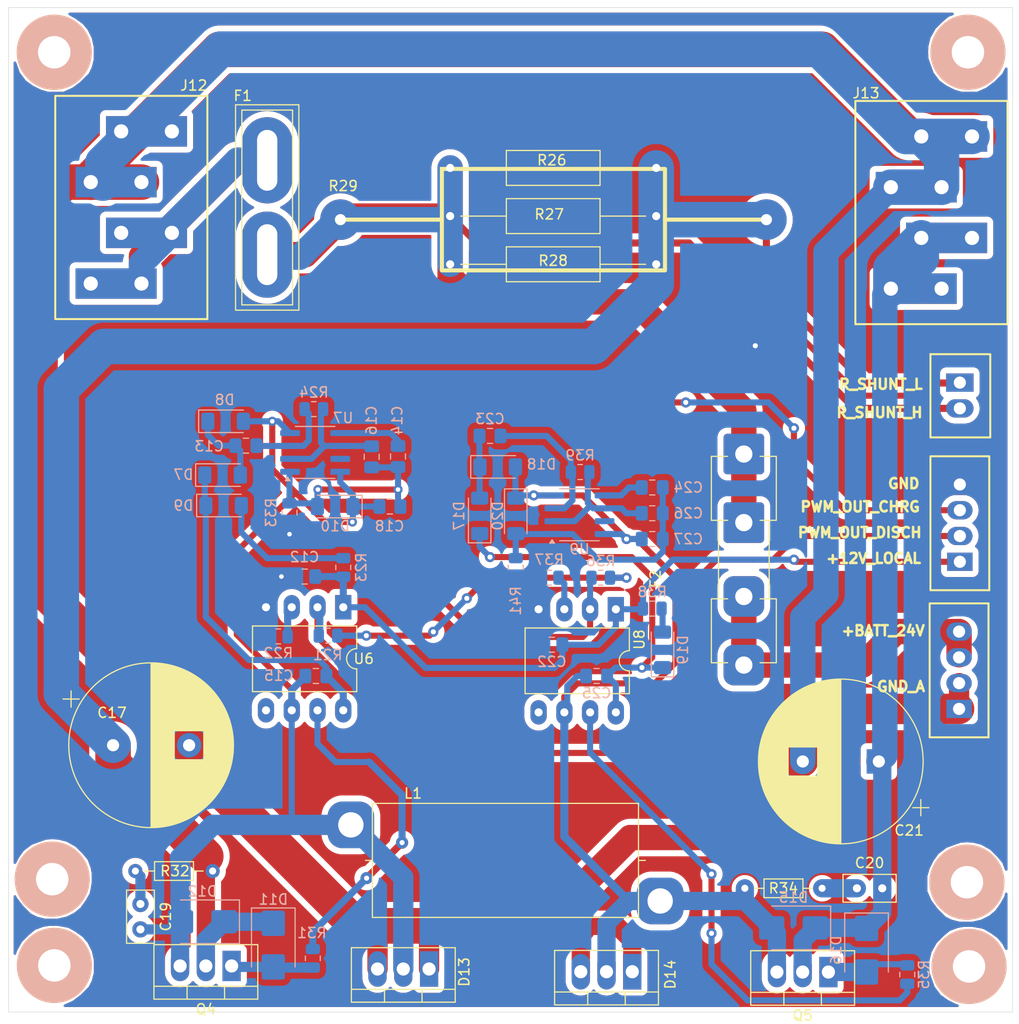
<source format=kicad_pcb>
(kicad_pcb (version 20240108) (generator "pcbnew") (generator_version "8.0")
  (layers (0 "F.Cu" signal) (31 "B.Cu" signal) (34 "B.Paste" user) (35 "F.Paste" user) (36 "B.SilkS" user "B.Silkscreen") (37 "F.SilkS" user "F.Silkscreen") (38 "B.Mask" user) (39 "F.Mask" user) (44 "Edge.Cuts" user))
  (net 0 "")
  (net 1 "GND")
  (net 2 "+5V")
  (net 3 "+12V_LOCAL")
  (net 4 "Net-(D7-A)")
  (net 5 "GNDA")
  (net 6 "Net-(U7-Q)")
  (net 7 "Net-(D10-A)")
  (net 8 "Net-(U7-CV)")
  (net 9 "Net-(D10-K)")
  (net 10 "Net-(D7-K)")
  (net 11 "Net-(U7-THR)")
  (net 12 "R_shunt_L")
  (net 13 "Net-(C19-Pad1)")
  (net 14 "Net-(D15-A1)")
  (net 15 "Net-(C20-Pad1)")
  (net 16 "Net-(D17-A)")
  (net 17 "Net-(U9-Q)")
  (net 18 "Net-(U9-CV)")
  (net 19 "Net-(D20-A)")
  (net 20 "Net-(D17-K)")
  (net 21 "Net-(D14-A)")
  (net 22 "Net-(U9-THR)")
  (net 23 "Net-(D9-A)")
  (net 24 "Net-(D11-A2)")
  (net 25 "Net-(D16-A2)")
  (net 26 "Net-(D19-A)")
  (net 27 "Net-(J12-Pin_3)")
  (net 28 "R_shunt_H")
  (net 29 "+BATT_24V")
  (net 30 "PWM_OUT_CHRG")
  (net 31 "PWM_OUT_DISCH")
  (net 32 "Net-(U6-L_IN)")
  (net 33 "Net-(U6-HO)")
  (net 34 "Net-(U8-HO)")
  (net 35 "Net-(U8-L_IN)")
  (footprint "My-Footprints:Resistor-Power-5W-L22-W10" (layer "F.Cu") (at 44.725 71.9)
    (property "Reference" "R29")
    (property "Value" "20A/75mV")
  )
  (footprint "My-Footprints:TO-220-3_V_Thick_Pads" (layer "F.Cu") (at 75.5 146.0225 180)
    (property "Reference" "D14")
    (property "Value" "YM3045")
  )
  (footprint "My-Footprints-connectors:Flat-6,3mm-connector-4P" (layer "F.Cu") (at 33.6 59.7 -90)
    (property "Reference" "J12")
    (property "Value" "BATT_IN")
  )
  (footprint "My-Footprints:Fuseholder_Clip-5x20mm_Eaton_1A5601-01_Inline_P20.80x6.76mm_D1.70mm_Horizontal" (layer "F.Cu") (at 86.5 115.8 90)
    (property "Reference" "F2")
    (property "Value" "2A")
  )
  (footprint "My-Footprints:Mount-Hole-3mm" (layer "F.Cu") (at 108.5 137.2)
    (property "Reference" "H6")
    (property "Value" "MountingHole")
  )
  (footprint "My-Footprints:TO-220-3_V_Thick_Pads" (layer "F.Cu") (at 94.84 146.055 180)
    (property "Reference" "Q5")
    (property "Value" "IRF540N")
  )
  (footprint "My-Footprints-connectors:Flat-6,3mm-connector-4P" (layer "F.Cu") (at 97.5 82.2 90)
    (property "Reference" "J13")
    (property "Value" "BATT_OUT")
  )
  (footprint "Resistor_THT:R_Axial_DIN0309_L9.0mm_D3.2mm_P20.32mm_Horizontal" (layer "F.Cu") (at 57.54 71.55)
    (property "Reference" "R27")
    (property "Value" "20A/75mV")
  )
  (footprint "My-Footprints-connectors:PinSocket_1x04_P2.54mm_Vertical" (layer "F.Cu") (at 107.725 120.12 180)
    (property "Reference" "J14" (hide yes))
    (property "Value" "batt-24V-balancer" (hide yes))
  )
  (footprint "My-Footprints-connectors:PinHeader_1x02_P2.54mm_Vertical" (layer "F.Cu") (at 107.8 87.96)
    (property "Reference" "J11" (hide yes))
    (property "Value" "R-Shunt")
  )
  (footprint "Capacitor_THT:CP_Radial_D16.0mm_P7.50mm" (layer "F.Cu") (at 99.812755 125.3 180)
    (property "Reference" "C21")
    (property "Value" "100u/35V")
  )
  (footprint "Package_DIP:DIP-8_W10.16mm_LongPads" (layer "F.Cu") (at 47 110.1 -90)
    (property "Reference" "U6")
    (property "Value" "FAN7382")
  )
  (footprint "Resistor_THT:R_Axial_DIN0204_L3.6mm_D1.6mm_P7.62mm_Horizontal" (layer "F.Cu") (at 34.12 136.1 180)
    (property "Reference" "R32")
    (property "Value" "10R")
  )
  (footprint "My-Footprints-connectors:PinSocket_1x04_P2.54mm_Vertical" (layer "F.Cu") (at 107.8 105.62 180)
    (property "Reference" "J15" (hide yes))
    (property "Value" "pwm-12v-local" (hide yes))
  )
  (footprint "My-Footprints:Fuse_Blade_ATO_directSolder" (layer "F.Cu") (at 39.5 66.05 -90)
    (property "Reference" "F1")
    (property "Value" "6,3A")
  )
  (footprint "My-Footprints:TO-220-3_V_Thick_Pads" (layer "F.Cu") (at 55.46 145.755 180)
    (property "Reference" "D13")
    (property "Value" "YM3045")
  )
  (footprint "My-Footprints:Mount-Hole-3mm" (layer "F.Cu") (at 108.71 145.5 90)
    (property "Reference" "H4")
    (property "Value" "MountingHole")
  )
  (footprint "My-Footprints:Mount-Hole-3mm" (layer "F.Cu") (at 108.6 55.4 90)
    (property "Reference" "H2")
    (property "Value" "MountingHole")
  )
  (footprint "Capacitor_THT:CP_Radial_D16.0mm_P7.50mm" (layer "F.Cu") (at 24.3 123.7)
    (property "Reference" "C17")
    (property "Value" "100u/35V")
  )
  (footprint "My-Footprints:Mount-Hole-3mm" (layer "F.Cu") (at 18.3 136.9)
    (property "Reference" "H5")
    (property "Value" "MountingHole")
  )
  (footprint "Resistor_THT:R_Axial_DIN0204_L3.6mm_D1.6mm_P7.62mm_Horizontal" (layer "F.Cu") (at 86.6 137.8)
    (property "Reference" "R34")
    (property "Value" "10R")
  )
  (footprint "My-Footprints:TO-220-3_V_Thick_Pads" (layer "F.Cu") (at 35.99 145.455 180)
    (property "Reference" "Q4")
    (property "Value" "IRF540N")
  )
  (footprint "My-Footprints:Inductor_Toroidal" (layer "F.Cu") (at 47.75 135.05)
    (property "Reference" "L1")
    (property "Value" "L")
  )
  (footprint "Resistor_THT:R_Axial_DIN0309_L9.0mm_D3.2mm_P20.32mm_Horizontal" (layer "F.Cu") (at 57.54 76.3)
    (property "Reference" "R28")
    (property "Value" "20A/75mV")
  )
  (footprint "My-Footprints:Mount-Hole-3mm" (layer "F.Cu") (at 18.5 55.4 90)
    (property "Reference" "H1")
    (property "Value" "MountingHole")
  )
  (footprint "Package_DIP:DIP-8_W10.16mm_LongPads" (layer "F.Cu") (at 73.8805 110.3 -90)
    (property "Reference" "U8")
    (property "Value" "FAN7382")
  )
  (footprint "Capacitor_THT:C_Disc_D5.0mm_W2.5mm_P2.50mm" (layer "F.Cu") (at 27 139.35 -90)
    (property "Reference" "C19")
    (property "Value" "1u")
  )
  (footprint "My-Footprints:Mount-Hole-3mm" (layer "F.Cu") (at 18.51 145.4 90)
    (property "Reference" "H3" (hide yes))
    (property "Value" "MountingHole")
  )
  (footprint "Capacitor_THT:C_Disc_D5.0mm_W2.5mm_P2.50mm" (layer "F.Cu") (at 97.65 137.8)
    (property "Reference" "C20")
    (property "Value" "1u")
  )
  (footprint "Resistor_THT:R_Axial_DIN0309_L9.0mm_D3.2mm_P20.32mm_Horizontal" (layer "F.Cu") (at 57.54 66.8)
    (property "Reference" "R26")
    (property "Value" "20A/75mV")
  )
  (footprint "Resistor_SMD:R_0805_2012Metric" (layer "B.Cu") (at 67.31 107.188)
    (property "Reference" "R37")
    (property "Value" "10k")
  )
  (footprint "Capacitor_SMD:C_0805_2012Metric_Pad1.18x1.45mm_HandSolder" (layer "B.Cu") (at 77.47 100.838 180)
    (property "Reference" "C26")
    (property "Value" "1n")
  )
  (footprint "Resistor_SMD:R_0805_2012Metric" (layer "B.Cu") (at 45.5 112.9 180)
    (property "Reference" "R21")
    (property "Value" "10k")
  )
  (footprint "Diode_SMD:D_MiniMELF" (layer "B.Cu") (at 35.1 97.075)
    (property "Reference" "D7")
    (property "Value" "LL4148")
  )
  (footprint "Capacitor_SMD:C_0805_2012Metric_Pad1.18x1.45mm_HandSolder" (layer "B.Cu") (at 37.4 94.175 180)
    (property "Reference" "C13")
    (property "Value" "10n")
  )
  (footprint "Capacitor_SMD:C_0805_2012Metric_Pad1.18x1.45mm_HandSolder" (layer "B.Cu") (at 49.8 95.275 90)
    (property "Reference" "C16")
    (property "Value" "1n")
  )
  (footprint "Resistor_SMD:R_0805_2012Metric" (layer "B.Cu") (at 47 106.175 -90)
    (property "Reference" "R23")
    (property "Value" "10R")
  )
  (footprint "Diode_SMD:D_SMB" (layer "B.Cu") (at 98.6 143.9 -90)
    (property "Reference" "D16")
    (property "Value" "SM6T15A")
  )
  (footprint "Diode_SMD:D_MiniMELF" (layer "B.Cu") (at 78.486 114.3 90)
    (property "Reference" "D19")
    (property "Value" "LL4148")
  )
  (footprint "Diode_SMD:D_MiniMELF" (layer "B.Cu") (at 35.4 91.775)
    (property "Reference" "D8")
    (property "Value" "LL4148")
  )
  (footprint "Package_SO:SOIC-8_3.9x4.9mm_P1.27mm" (layer "B.Cu") (at 70.293 100.985)
    (property "Reference" "U9")
    (property "Value" "NE555D")
  )
  (footprint "Diode_SMD:D_MiniMELF" (layer "B.Cu") (at 46.2 100.175 180)
    (property "Reference" "D10")
    (property "Value" "BZV55B15")
  )
  (footprint "Package_SO:SOIC-8_3.9x4.9mm_P1.27mm" (layer "B.Cu") (at 44.225 94.84)
    (property "Reference" "U7")
    (property "Value" "NE555D")
  )
  (footprint "Resistor_SMD:R_0805_2012Metric" (layer "B.Cu") (at 72.39 107.188 180)
    (property "Reference" "R36")
    (property "Value" "10k")
  )
  (footprint "Diode_SMD:D_SMB" (layer "B.Cu") (at 40.1 143.4 -90)
    (property "Reference" "D11")
    (property "Value" "SM6T15A")
  )
  (footprint "Resistor_SMD:R_0805_2012Metric" (layer "B.Cu") (at 64.008 106.172 90)
    (property "Reference" "R41")
    (property "Value" "1k")
  )
  (footprint "Diode_SMD:D_SMB" (layer "B.Cu") (at 33.1 141.1 180)
    (property "Reference" "D12")
    (property "Value" "SM6T15A")
  )
  (footprint "Capacitor_SMD:C_0805_2012Metric_Pad1.18x1.45mm_HandSolder" (layer "B.Cu") (at 71.9805 116.875)
    (property "Reference" "C25")
    (property "Value" "100n")
  )
  (footprint "Capacitor_SMD:C_0805_2012Metric_Pad1.18x1.45mm_HandSolder" (layer "B.Cu") (at 67.564 113.792)
    (property "Reference" "C22")
    (property "Value" "100n")
  )
  (footprint "Resistor_SMD:R_0805_2012Metric" (layer "B.Cu") (at 77.47 110.236 180)
    (property "Reference" "R38")
    (property "Value" "10R")
  )
  (footprint "Diode_SMD:D_MiniMELF" (layer "B.Cu") (at 60.452 101.092 90)
    (property "Reference" "D17")
    (property "Value" "LL4148")
  )
  (footprint "Diode_SMD:D_SMB" (layer "B.Cu") (at 91.4 141.7 180)
    (property "Reference" "D15")
    (property "Value" "SM6T15A")
  )
  (footprint "Capacitor_SMD:C_0805_2012Metric_Pad1.18x1.45mm_HandSolder" (layer "B.Cu") (at 52.4 95.2375 90)
    (property "Reference" "C14")
    (property "Value" "10n")
  )
  (footprint "Diode_SMD:D_MiniMELF" (layer "B.Cu") (at 62.23 96.266)
    (property "Reference" "D18")
    (property "Value" "LL4148")
  )
  (footprint "Diode_SMD:D_MiniMELF" (layer "B.Cu") (at 35.2 100.075)
    (property "Reference" "D9")
    (property "Value" "LL4148")
  )
  (footprint "Resistor_SMD:R_0805_2012Metric" (layer "B.Cu") (at 102.616 146.304 90)
    (property "Reference" "R35")
    (property "Value" "10R")
  )
  (footprint "Resistor_SMD:R_0805_2012Metric" (layer "B.Cu") (at 70.358 96.774 180)
    (property "Reference" "R39")
    (property "Value" "100k")
  )
  (footprint "Capacitor_SMD:C_0805_2012Metric_Pad1.18x1.45mm_HandSolder" (layer "B.Cu") (at 51.6 100.175 180)
    (property "Reference" "C18")
    (property "Value" "100n")
  )
  (footprint "Resistor_SMD:R_0805_2012Metric" (layer "B.Cu") (at 40.6 112.975)
    (property "Reference" "R22")
    (property "Value" "10k")
  )
  (footprint "Capacitor_SMD:C_0805_2012Metric_Pad1.18x1.45mm_HandSolder" (layer "B.Cu") (at 77.47 98.298 180)
    (property "Reference" "C24")
    (property "Value" "10n")
  )
  (footprint "Capacitor_SMD:C_0805_2012Metric_Pad1.18x1.45mm_HandSolder" (layer "B.Cu") (at 77.47 103.378 180)
    (property "Reference" "C27")
    (property "Value" "100n")
  )
  (footprint "Diode_SMD:D_MiniMELF" (layer "B.Cu") (at 64.008 101.092 -90)
    (property "Reference" "D20")
    (property "Value" "BZV55B15")
  )
  (footprint "Capacitor_SMD:C_0805_2012Metric_Pad1.18x1.45mm_HandSolder" (layer "B.Cu") (at 61.468 93.218 180)
    (property "Reference" "C23")
    (property "Value" "10n")
  )
  (footprint "Resistor_SMD:R_0805_2012Metric" (layer "B.Cu") (at 44.1 90.575 180)
    (property "Reference" "R24")
    (property "Value" "100k")
  )
  (footprint "Resistor_SMD:R_0805_2012Metric" (layer "B.Cu") (at 44 144.7 -90)
    (property "Reference" "R31")
    (property "Value" "10R")
  )
  (footprint "Capacitor_SMD:C_0805_2012Metric_Pad1.18x1.45mm_HandSolder" (layer "B.Cu") (at 43.2 107.075)
    (property "Reference" "C12")
    (property "Value" "100n")
  )
  (footprint "Resistor_SMD:R_0805_2012Metric" (layer "B.Cu") (at 41.7 100.775 90)
    (property "Reference" "R33")
    (property "Value" "1k")
  )
  (footprint "Capacitor_SMD:C_0805_2012Metric_Pad1.18x1.45mm_HandSolder" (layer "B.Cu") (at 44.3 116.875)
    (property "Reference" "C15")
    (property "Value" "100n")
  )
  (gr_rect (start 14 51) (end 113 150) (stroke (width 0.05)) (fill none) (layer "Edge.Cuts"))
  (gr_text "PWM_OUT_DISCH" (at 91.694 103.326 0) (layer "F.SilkS") (effects (font (size 1 1) (thickness 0.25) (bold yes)) (justify left bottom)))
  (gr_text "PWM_OUT_CHRG" (at 91.948 100.786 0) (layer "F.SilkS") (effects (font (size 1 1) (thickness 0.25) (bold yes)) (justify left bottom)))
  (gr_text "R_SHUNT_L" (at 95.754 88.706 0) (layer "F.SilkS") (effects (font (size 1 1) (thickness 0.25) (bold yes)) (justify left bottom)))
  (gr_text "+BATT_24V" (at 96 113 0) (layer "F.SilkS") (effects (font (size 1 1) (thickness 0.25) (bold yes)) (justify left bottom)))
  (gr_text "R_SHUNT_H" (at 95.5 91.5 0) (layer "F.SilkS") (effects (font (size 1 1) (thickness 0.25) (bold yes)) (justify left bottom)))
  (gr_text "GND_A" (at 99.5 118.5 0) (layer "F.SilkS") (effects (font (size 1 1) (thickness 0.25) (bold yes)) (justify left bottom)))
  (gr_text "+12V_LOCAL" (at 94.488 105.866 0) (layer "F.SilkS") (effects (font (size 1 1) (thickness 0.25) (bold yes)) (justify left bottom)))
  (gr_text "GND" (at 100.584 98.5 0) (layer "F.SilkS") (effects (font (size 1 1) (thickness 0.25) (bold yes)) (justify left bottom)))
  (segment (start 41.7 106.275) (end 40.9 107.075) (width 0.6) (layer "F.Cu") (net 1))
  (segment (start 101.682 98.38) (end 87.63 84.328) (width 0.6) (layer "F.Cu") (net 1))
  (segment (start 107.8 98.38) (end 101.682 98.38) (width 0.6) (layer "F.Cu") (net 1))
  (segment (start 41.7 102.9) (end 41.7 106.275) (width 0.6) (layer "F.Cu") (net 1))
  (via (at 87.63 84.328) (size 1) (drill 0.5) (layers "F.Cu" "B.Cu") (net 1))
  (via (at 40.9 107.075) (size 0.9) (drill 0.45) (layers "F.Cu" "B.Cu") (net 1))
  (via (at 41.7 102.9) (size 0.9) (drill 0.45) (layers "F.Cu" "B.Cu") (net 1))
  (segment (start 87.63 84.328) (end 80.518 84.328) (width 0.6) (layer "B.Cu") (net 1))
  (segment (start 53.878 102.9) (end 55.245 104.267) (width 0.6) (layer "B.Cu") (net 1))
  (segment (start 40.9 107.075) (end 39.35 108.625) (width 0.7) (layer "B.Cu") (net 1))
  (segment (start 66.3975 107.188) (end 64.1115 107.188) (width 0.6) (layer "B.Cu") (net 1))
  (segment (start 55.245 104.267) (end 58.0625 107.0845) (width 0.6) (layer "B.Cu") (net 1))
  (segment (start 41.7 101.6875) (end 41.7 102.9) (width 0.6) (layer "B.Cu") (net 1))
  (segment (start 66.2605 110.3) (end 66.5265 110.566) (width 0.6) (layer "B.Cu") (net 1))
  (segment (start 39.35 108.625) (end 39.38 108.655) (width 0.7) (layer "B.Cu") (net 1))
  (segment (start 58.0625 107.0845) (end 64.008 107.0845) (width 0.6) (layer "B.Cu") (net 1))
  (segment (start 39.6875 110.4075) (end 39.38 110.1) (width 0.8) (layer "B.Cu") (net 1))
  (segment (start 66.2605 110.3) (end 66.2605 107.325) (width 0.6) (layer "B.Cu") (net 1))
  (segment (start 66.5265 110.566) (end 66.5265 113.792) (width 0.6) (layer "B.Cu") (net 1))
  (segment (start 39.38 108.655) (end 39.38 110.1) (width 0.7) (layer "B.Cu") (net 1))
  (segment (start 41.7 102.9) (end 53.878 102.9) (width 0.6) (layer "B.Cu") (net 1))
  (segment (start 39.6875 112.975) (end 39.6875 110.4075) (width 0.8) (layer "B.Cu") (net 1))
  (segment (start 56.134 103.378) (end 55.245 104.267) (width 0.6) (layer "B.Cu") (net 1))
  (segment (start 42.1625 107.075) (end 40.9 107.075) (width 0.7) (layer "B.Cu") (net 1))
  (segment (start 56.134 92.202) (end 56.134 103.378) (width 0.6) (layer "B.Cu") (net 1))
  (segment (start 64.1115 107.188) (end 64.008 107.0845) (width 0.6) (layer "B.Cu") (net 1))
  (segment (start 66.2605 107.325) (end 66.3975 107.188) (width 0.6) (layer "B.Cu") (net 1))
  (segment (start 58.674 89.662) (end 56.134 92.202) (width 0.6) (layer "B.Cu") (net 1))
  (segment (start 75.184 89.662) (end 58.674 89.662) (width 0.6) (layer "B.Cu") (net 1))
  (segment (start 80.518 84.328) (end 75.184 89.662) (width 0.6) (layer "B.Cu") (net 1))
  (segment (start 61.214 107.188) (end 59.182 109.22) (width 0.6) (layer "F.Cu") (net 2))
  (segment (start 74.93 107.188) (end 63.246 107.188) (width 0.6) (layer "F.Cu") (net 2))
  (segment (start 55.502 112.9) (end 55.88 112.522) (width 0.6) (layer "F.Cu") (net 2))
  (segment (start 63.246 107.188) (end 61.214 107.188) (width 0.6) (layer "F.Cu") (net 2))
  (segment (start 49.276 112.9) (end 55.502 112.9) (width 0.6) (layer "F.Cu") (net 2))
  (via (at 59.182 109.22) (size 1) (drill 0.5) (layers "F.Cu" "B.Cu") (net 2))
  (via (at 74.93 107.188) (size 1) (drill 0.5) (layers "F.Cu" "B.Cu") (net 2))
  (via (at 55.88 112.522) (size 1) (drill 0.5) (layers "F.Cu" "B.Cu") (net 2))
  (via (at 49.276 112.9) (size 1) (drill 0.5) (layers "F.Cu" "B.Cu") (net 2))
  (segment (start 49.276 112.9) (end 46.4125 112.9) (width 0.6) (layer "B.Cu") (net 2))
  (segment (start 73.3025 107.188) (end 74.93 107.188) (width 0.6) (layer "B.Cu") (net 2))
  (segment (start 59.182 109.22) (end 55.88 112.522) (width 0.6) (layer "B.Cu") (net 2))
  (segment (start 91.44 105.41) (end 91.65 105.62) (width 0.6) (layer "F.Cu") (net 3))
  (segment (start 107.42 105.62) (end 107.8 106) (width 0.6) (layer "F.Cu") (net 3))
  (segment (start 91.65 105.62) (end 107.42 105.62) (width 0.6) (layer "F.Cu") (net 3))
  (via (at 91.44 105.41) (size 1) (drill 0.5) (layers "F.Cu" "B.Cu") (net 3))
  (segment (start 72.136 113.792) (end 73.8805 112.0475) (width 0.6) (layer "B.Cu") (net 3))
  (segment (start 55.118 116.078) (end 67.818 116.078) (width 0.6) (layer "B.Cu") (net 3))
  (segment (start 67.818 116.078) (end 68.6015 115.2945) (width 0.6) (layer "B.Cu") (net 3))
  (segment (start 73.8805 110.3) (end 76.4935 110.3) (width 0.6) (layer "B.Cu") (net 3))
  (segment (start 47 107.0875) (end 47 110.1) (width 0.7) (layer "B.Cu") (net 3))
  (segment (start 76.5575 110.236) (end 76.5575 108.3545) (width 0.6) (layer "B.Cu") (net 3))
  (segment (start 46.9875 107.075) (end 47 107.0875) (width 0.7) (layer "B.Cu") (net 3))
  (segment (start 79.502 105.41) (end 87.376 105.41) (width 0.6) (layer "B.Cu") (net 3))
  (segment (start 47 110.1) (end 49.14 110.1) (width 0.6) (layer "B.Cu") (net 3))
  (segment (start 44.2375 107.075) (end 46.9875 107.075) (width 0.7) (layer "B.Cu") (net 3))
  (segment (start 87.376 105.41) (end 91.44 105.41) (width 0.6) (layer "B.Cu") (net 3))
  (segment (start 68.6015 113.792) (end 72.136 113.792) (width 0.6) (layer "B.Cu") (net 3))
  (segment (start 68.6015 115.2945) (end 68.6015 113.792) (width 0.6) (layer "B.Cu") (net 3))
  (segment (start 76.4935 110.3) (end 76.5575 110.236) (width 0.6) (layer "B.Cu") (net 3))
  (segment (start 49.14 110.1) (end 55.118 116.078) (width 0.6) (layer "B.Cu") (net 3))
  (segment (start 73.8805 112.0475) (end 73.8805 110.3) (width 0.6) (layer "B.Cu") (net 3))
  (segment (start 76.5575 108.3545) (end 77.724 107.188) (width 0.6) (layer "B.Cu") (net 3))
  (segment (start 77.724 107.188) (end 79.502 105.41) (width 0.6) (layer "B.Cu") (net 3))
  (segment (start 36.85 97.075) (end 36.85 94.6625) (width 0.6) (layer "B.Cu") (net 4))
  (segment (start 33.65 93.125) (end 34.7 94.175) (width 0.6) (layer "B.Cu") (net 4))
  (segment (start 36.85 94.6625) (end 36.3625 94.175) (width 0.6) (layer "B.Cu") (net 4))
  (segment (start 34.7 94.175) (end 36.3625 94.175) (width 0.6) (layer "B.Cu") (net 4))
  (segment (start 33.65 91.775) (end 33.65 93.125) (width 0.6) (layer "B.Cu") (net 4))
  (segment (start 92.312755 125.365245) (end 84.878 132.8) (width 2.5) (layer "F.Cu") (net 5))
  (segment (start 55.46 145.755) (end 55.46 142.66) (width 2) (layer "F.Cu") (net 5))
  (segment (start 107.725 117.58) (end 107.725 120.12) (width 2) (layer "F.Cu") (net 5))
  (segment (start 50.5 141.5) (end 50.38 141.62) (width 2) (layer "F.Cu") (net 5))
  (segment (start 17.1 108.1) (end 31.8 122.8) (width 3.5) (layer "F.Cu") (net 5))
  (segment (start 92.312755 125.3) (end 92.312755 125.365245) (width 2.5) (layer "F.Cu") (net 5))
  (segment (start 94.234 55.118) (end 34.798 55.118) (width 3.5) (layer "F.Cu") (net 5))
  (segment (start 19.5 68.2) (end 27.1 68.2) (width 3.5) (layer "F.Cu") (net 5))
  (segment (start 102.816 63.7) (end 94.234 55.118) (width 3.5) (layer "F.Cu") (net 5))
  (segment (start 19.5 68.2) (end 22.1 68.2) (width 2) (layer "F.Cu") (net 5))
  (segment (start 31.8 123.7) (end 31.8 125) (width 3.5) (layer "F.Cu") (net 5))
  (segment (start 92.312755 125.3) (end 92.312755 122.187245) (width 3) (layer "F.Cu") (net 5))
  (segment (start 74 141.5) (end 70.2 141.5) (width 1.8) (layer "F.Cu") (net 5))
  (segment (start 70.42 141.72) (end 70.2 141.5) (width 1.8) (layer "F.Cu") (net 5))
  (segment (start 48.3 141.5) (end 54.3 141.5) (width 3.5) (layer "F.Cu") (net 5))
  (segment (start 17.1 70.6) (end 17.1 108.1) (width 3.5) (layer "F.Cu") (net 5))
  (segment (start 55.46 142.66) (end 54.3 141.5) (width 2) (layer "F.Cu") (net 5))
  (segment (start 75.3 132.8) (end 70.2 137.9) (width 2.5) (layer "F.Cu") (net 5))
  (segment (start 104 63.7) (end 102.816 63.7) (width 3.5) (layer "F.Cu") (net 5))
  (segment (start 75.5 146.0225) (end 75.5 143) (width 1.8) (layer "F.Cu") (net 5))
  (segment (start 84.878 132.8) (end 75.3 132.8) (width 2.5) (layer "F.Cu") (net 5))
  (segment (start 31.8 125) (end 48.3 141.5) (width 3.5) (layer "F.Cu") (net 5))
  (segment (start 50.38 141.62) (end 50.38 145.755) (width 2) (layer "F.Cu") (net 5))
  (segment (start 94.38 120.12) (end 107.725 120.12) (width 3) (layer "F.Cu") (net 5))
  (segment (start 70.42 146.0225) (end 70.42 141.72) (width 1.8) (layer "F.Cu") (net 5))
  (segment (start 48.3 141.5) (end 70.2 141.5) (width 3.5) (layer "F.Cu") (net 5))
  (segment (start 70.2 137.9) (end 70.2 141.5) (width 2.5) (layer "F.Cu") (net 5))
  (segment (start 48.3 141.5) (end 50.5 141.5) (width 2) (layer "F.Cu") (net 5))
  (segment (start 34.798 55.118) (end 22.1 67.816) (width 3.5) (layer "F.Cu") (net 5))
  (segment (start 19.5 68.2) (end 17.1 70.6) (width 3.5) (layer "F.Cu") (net 5))
  (segment (start 92.312755 125.3) (end 92.1 125.087245) (width 1.8) (layer "F.Cu") (net 5))
  (segment (start 22.1 67.816) (end 22.1 68.2) (width 3.5) (layer "F.Cu") (net 5))
  (segment (start 75.5 143) (end 74 141.5) (width 1.8) (layer "F.Cu") (net 5))
  (segment (start 92.312755 122.187245) (end 94.38 120.12) (width 3) (layer "F.Cu") (net 5))
  (segment (start 31.8 122.8) (end 31.8 123.7) (width 3.5) (layer "F.Cu") (net 5))
  (segment (start 92.312755 111.087245) (end 94.6 108.8) (width 2.5) (layer "B.Cu") (net 5))
  (segment (start 109 63.7) (end 102.5 63.7) (width 3.5) (layer "B.Cu") (net 5))
  (segment (start 106 65.7) (end 104 63.7) (width 3.5) (layer "B.Cu") (net 5))
  (segment (start 23.3 66.3) (end 26.3 63.3) (width 3.5) (layer "B.Cu") (net 5))
  (segment (start 102.5 63.7) (end 93.9 55.1) (width 3.5) (layer "B.Cu") (net 5))
  (segment (start 94.6 75.1) (end 101 68.7) (width 2.5) (layer "B.Cu") (net 5))
  (segment (start 34.9 55.1) (end 26.7 63.3) (width 3.5) (layer "B.Cu") (net 5))
  (segment (start 93.9 55.1) (end 34.9 55.1) (width 3.5) (layer "B.Cu") (net 5))
  (segment (start 23.3 68.3) (end 23.3 66.3) (width 3.5) (layer "B.Cu") (net 5))
  (segment (start 92.312755 125.3) (end 92.312755 111.087245) (width 2.5) (layer "B.Cu") (net 5))
  (segment (start 94.6 108.8) (end 94.6 75.1) (width 2.5) (layer "B.Cu") (net 5))
  (segment (start 106 68.7) (end 106 65.7) (width 3.5) (layer "B.Cu") (net 5))
  (segment (start 106 68.7) (end 101 68.7) (width 3.5) (layer "B.Cu") (net 5))
  (segment (start 43.07 94.205) (end 43.6 93.675) (width 0.6) (layer "B.Cu") (net 6))
  (segment (start 41.75 94.205) (end 38.4675 94.205) (width 0.6) (layer "B.Cu") (net 6))
  (segment (start 41.75 94.205) (end 43.07 94.205) (width 0.6) (layer "B.Cu") (net 6))
  (segment (start 43.6 90.9875) (end 43.1875 90.575) (width 0.6) (layer "B.Cu") (net 6))
  (segment (start 38.4675 94.205) (end 38.4375 94.175) (width 0.6) (layer "B.Cu") (net 6))
  (segment (start 43.6 93.675) (end 43.6 90.9875) (width 0.6) (layer "B.Cu") (net 6))
  (segment (start 44.5 98.5) (end 52.4 98.5) (width 0.6) (layer "F.Cu") (net 7))
  (via (at 52.4 98.5) (size 0.9) (drill 0.45) (layers "F.Cu" "B.Cu") (net 7))
  (via (at 44.5 98.5) (size 0.9) (drill 0.45) (layers "F.Cu" "B.Cu") (net 7))
  (segment (start 49.8 96.3125) (end 52.3625 96.3125) (width 0.6) (layer "B.Cu") (net 7))
  (segment (start 52.4 99.9375) (end 52.6375 100.175) (width 0.6) (layer "B.Cu") (net 7))
  (segment (start 52.3625 96.3125) (end 52.4 96.275) (width 0.6) (layer "B.Cu") (net 7))
  (segment (start 52.4 96.275) (end 52.4 98.5) (width 0.6) (layer "B.Cu") (net 7))
  (segment (start 41.7 99.8625) (end 44.1375 99.8625) (width 0.6) (layer "B.Cu") (net 7))
  (segment (start 44.45 98.55) (end 44.5 98.5) (width 0.6) (layer "B.Cu") (net 7))
  (segment (start 44.1375 99.8625) (end 44.45 100.175) (width 0.6) (layer "B.Cu") (net 7))
  (segment (start 44.45 100.175) (end 44.45 98.55) (width 0.6) (layer "B.Cu") (net 7))
  (segment (start 41.7 96.795) (end 41.75 96.745) (width 0.6) (layer "B.Cu") (net 7))
  (segment (start 52.4 98.5) (end 52.4 99.9375) (width 0.6) (layer "B.Cu") (net 7))
  (segment (start 41.7 99.8625) (end 41.7 96.795) (width 0.6) (layer "B.Cu") (net 7))
  (segment (start 52.4 93.675) (end 52.4 94.2) (width 0.6) (layer "B.Cu") (net 8))
  (segment (start 46.7 92.935) (end 51.66 92.935) (width 0.6) (layer "B.Cu") (net 8))
  (segment (start 51.66 92.935) (end 52.4 93.675) (width 0.6) (layer "B.Cu") (net 8))
  (segment (start 42.3 98.8) (end 40 96.5) (width 0.6) (layer "F.Cu") (net 9))
  (segment (start 36.5 112.8) (end 36.5 104.6) (width 0.6) (layer "F.Cu") (net 9))
  (segment (start 47.9 101.7) (end 45.2 101.7) (width 0.6) (layer "F.Cu") (net 9))
  (segment (start 45.2 101.7) (end 42.3 98.8) (width 0.6) (layer "F.Cu") (net 9))
  (segment (start 41.92 120.26) (end 41.92 118.22) (width 0.6) (layer "F.Cu") (net 9))
  (segment (start 41.92 118.22) (end 36.5 112.8) (width 0.6) (layer "F.Cu") (net 9))
  (segment (start 36.5 104.6) (end 42.3 98.8) (width 0.6) (layer "F.Cu") (net 9))
  (segment (start 40 96.5) (end 40 91.775) (width 0.6) (layer "F.Cu") (net 9))
  (via (at 47.9 101.7) (size 0.9) (drill 0.45) (layers "F.Cu" "B.Cu") (net 9))
  (via (at 40 91.775) (size 0.9) (drill 0.45) (layers "F.Cu" "B.Cu") (net 9))
  (segment (start 47.02 130.82) (end 47.75 131.55) (width 0.6) (layer "B.Cu") (net 9))
  (segment (start 43.2625 116.9125) (end 41.9 118.275) (width 0.7) (layer "B.Cu") (net 9))
  (segment (start 41.92 120.26) (end 41.92 130.83) (width 0.6) (layer "B.Cu") (net 9))
  (segment (start 40 91.775) (end 40.59 91.775) (width 0.6) (layer "B.Cu") (net 9))
  (segment (start 34.15 131.55) (end 30.9 134.8) (width 2) (layer "B.Cu") (net 9))
  (segment (start 47.95 101.65) (end 47.9 101.7) (width 0.6) (layer "B.Cu") (net 9))
  (segment (start 30.95 134.85) (end 30.95 141.1) (width 2) (layer "B.Cu") (net 9))
  (segment (start 43.2625 116.875) (end 43.2625 116.9125) (width 0.7) (layer "B.Cu") (net 9))
  (segment (start 41.92 130.83) (end 41.2 131.55) (width 0.6) (layer "B.Cu") (net 9))
  (segment (start 30.91 141.14) (end 30.95 141.1) (width 1.8) (layer "B.Cu") (net 9))
  (segment (start 50.5625 100.175) (end 47.95 100.175) (width 0.6) (layer "B.Cu") (net 9))
  (segment (start 30.9 134.8) (end 30.95 134.85) (width 2) (layer "B.Cu") (net 9))
  (segment (start 46.7 97.775) (end 46.7 96.745) (width 0.6) (layer "B.Cu") (net 9))
  (segment (start 52.92 145.755) (end 52.92 136.72) (width 2) (layer "B.Cu") (net 9))
  (segment (start 40.59 91.775) (end 41.75 92.935) (width 0.6) (layer "B.Cu") (net 9))
  (segment (start 30.91 145.455) (end 30.91 141.14) (width 1.8) (layer "B.Cu") (net 9))
  (segment (start 47.75 131.55) (end 41.2 131.55) (width 2) (layer "B.Cu") (net 9))
  (segment (start 41.92 118.295) (end 41.92 120.26) (width 0.7) (layer "B.Cu") (net 9))
  (segment (start 37.15 91.775) (end 40 91.775) (width 0.6) (layer "B.Cu") (net 9))
  (segment (start 41.9 118.275) (end 41.92 118.295) (width 0.7) (layer "B.Cu") (net 9))
  (segment (start 30.2 141.85) (end 30.95 141.1) (width 1) (layer "B.Cu") (net 9))
  (segment (start 47.95 100.175) (end 47.95 101.65) (width 0.6) (layer "B.Cu") (net 9))
  (segment (start 27 141.85) (end 30.2 141.85) (width 1) (layer "B.Cu") (net 9))
  (segment (start 41.2 131.55) (end 34.15 131.55) (width 2) (layer "B.Cu") (net 9))
  (segment (start 47.95 100.175) (end 47.95 99.025) (width 0.6) (layer "B.Cu") (net 9))
  (segment (start 52.92 136.72) (end 47.75 131.55) (width 2) (layer "B.Cu") (net 9))
  (segment (start 47.95 99.025) (end 46.7 97.775) (width 0.6) (layer "B.Cu") (net 9))
  (segment (start 44.6 115.3) (end 45.3375 116.0375) (width 0.6) (layer "B.Cu") (net 10))
  (segment (start 33.35 99.975) (end 33.45 100.075) (width 0.6) (layer "B.Cu") (net 10))
  (segment (start 45.3375 116.875) (end 47 118.5375) (width 0.7) (layer "B.Cu") (net 10))
  (segment (start 45.3375 116.0375) (end 45.3375 116.875) (width 0.6) (layer "B.Cu") (net 10))
  (segment (start 33.45 111.05) (end 37.7 115.3) (width 0.6) (layer "B.Cu") (net 10))
  (segment (start 47 118.5375) (end 47 120.26) (width 0.7) (layer "B.Cu") (net 10))
  (segment (start 33.45 100.075) (end 33.45 111.05) (width 0.6) (layer "B.Cu") (net 10))
  (segment (start 33.35 97.075) (end 33.35 99.975) (width 0.6) (layer "B.Cu") (net 10))
  (segment (start 37.7 115.3) (end 44.6 115.3) (width 0.6) (layer "B.Cu") (net 10))
  (segment (start 45.13 94.205) (end 44.8 93.875) (width 0.6) (layer "B.Cu") (net 11))
  (segment (start 46.7 94.205) (end 45.13 94.205) (width 0.6) (layer "B.Cu") (net 11))
  (segment (start 43.86 95.475) (end 45.13 94.205) (width 0.6) (layer "B.Cu") (net 11))
  (segment (start 44.8 90.7875) (end 45.0125 90.575) (width 0.6) (layer "B.Cu") (net 11))
  (segment (start 41.75 95.475) (end 43.86 95.475) (width 0.6) (layer "B.Cu") (net 11))
  (segment (start 46.7 94.205) (end 49.7675 94.205) (width 0.6) (layer "B.Cu") (net 11))
  (segment (start 44.8 93.875) (end 44.8 90.7875) (width 0.6) (layer "B.Cu") (net 11))
  (segment (start 49.7675 94.205) (end 49.8 94.2375) (width 0.6) (layer "B.Cu") (net 11))
  (segment (start 33.45 134.65) (end 24.3 125.5) (width 3.5) (layer "F.Cu") (net 12))
  (segment (start 107.76 88) (end 98.414 88) (width 0.7) (layer "F.Cu") (net 12))
  (segment (start 107.8 87.96) (end 107.76 88) (width 0.7) (layer "F.Cu") (net 12))
  (segment (start 98.414 88) (end 88.725 78.311) (width 0.7) (layer "F.Cu") (net 12))
  (segment (start 88.725 78.311) (end 88.725 71.9) (width 0.7) (layer "F.Cu") (net 12))
  (segment (start 33.45 145.455) (end 33.45 134.65) (width 1.8) (layer "F.Cu") (net 12))
  (segment (start 24.3 125.5) (end 24.3 123.7) (width 3.5) (layer "F.Cu") (net 12))
  (segment (start 23.4 84.4) (end 71.71 84.4) (width 3.5) (layer "B.Cu") (net 12))
  (segment (start 71.6 84.4) (end 77.86 78.14) (width 2.5) (layer "B.Cu") (net 12))
  (segment (start 39.95 141.1) (end 40.1 141.25) (width 1.8) (layer "B.Cu") (net 12))
  (segment (start 19.2 118.6) (end 19.2 88.6) (width 3.5) (layer "B.Cu") (net 12))
  (segment (start 77.86 66.8) (end 77.86 74.85) (width 2.5) (layer "B.Cu") (net 12))
  (segment (start 78.21 71.9) (end 77.86 71.55) (width 3.5) (layer "B.Cu") (net 12))
  (segment (start 33.45 142.9) (end 35.25 141.1) (width 1.8) (layer "B.Cu") (net 12))
  (segment (start 77.86 78.14) (end 77.86 76.3) (width 2.5) (layer "B.Cu") (net 12))
  (segment (start 77.86 78.25) (end 77.86 74.85) (width 2.5) (layer "B.Cu") (net 12))
  (segment (start 33.45 145.455) (end 33.45 142.9) (width 1.8) (layer "B.Cu") (net 12))
  (segment (start 88.725 71.9) (end 78.21 71.9) (width 3.5) (layer "B.Cu") (net 12))
  (segment (start 23.4 84.4) (end 71.6 84.4) (width 2.5) (layer "B.Cu") (net 12))
  (segment (start 35.25 141.1) (end 39.95 141.1) (width 1.8) (layer "B.Cu") (net 12))
  (segment (start 24.3 123.7) (end 19.2 118.6) (width 3.5) (layer "B.Cu") (net 12))
  (segment (start 19.2 88.6) (end 23.4 84.4) (width 3.5) (layer "B.Cu") (net 12))
  (segment (start 77.86 78.25) (end 77.86 66.8) (width 3.5) (layer "B.Cu") (net 12))
  (segment (start 77.86 74.85) (end 77.86 76.3) (width 2.5) (layer "B.Cu") (net 12))
  (segment (start 71.71 84.4) (end 77.86 78.25) (width 3.5) (layer "B.Cu") (net 12))
  (segment (start 27 139.35) (end 27 136.61) (width 1) (layer "B.Cu") (net 13))
  (segment (start 27 136.61) (end 26.49 136.1) (width 1) (layer "B.Cu") (net 13))
  (segment (start 92.3 146.055) (end 92.3 142.95) (width 1.8) (layer "B.Cu") (net 14))
  (segment (start 100.15 125.637245) (end 100.15 137.8) (width 1.8) (layer "B.Cu") (net 14))
  (segment (start 101 78.7) (end 101 76.7) (width 3.5) (layer "B.Cu") (net 14))
  (segment (start 100.15 137.8) (end 100.15 140.2) (width 1.8) (layer "B.Cu") (net 14))
  (segment (start 98.55 141.7) (end 98.6 141.75) (width 1.8) (layer "B.Cu") (net 14))
  (segment (start 101 78.7) (end 104 75.7) (width 3.5) (layer "B.Cu") (net 14))
  (segment (start 93.55 141.7) (end 98.55 141.7) (width 1.8) (layer "B.Cu") (net 14))
  (segment (start 100.4 79.3) (end 101 78.7) (width 2.5) (layer "B.Cu") (net 14))
  (segment (start 104 75.7) (end 104 73.7) (width 3.5) (layer "B.Cu") (net 14))
  (segment (start 99.812755 125.3) (end 100.15 125.637245) (width 1.8) (layer "B.Cu") (net 14))
  (segment (start 99.812755 125.3) (end 100.4 124.712755) (width 2.5) (layer "B.Cu") (net 14))
  (segment (start 100.4 124.712755) (end 100.4 79.3) (width 2.5) (layer "B.Cu") (net 14))
  (segment (start 92.3 142.95) (end 93.55 141.7) (width 1.8) (layer "B.Cu") (net 14))
  (segment (start 101 76.7) (end 104 73.7) (width 3.5) (layer "B.Cu") (net 14))
  (segment (start 100.15 140.2) (end 98.6 141.75) (width 1.8) (layer "B.Cu") (net 14))
  (segment (start 94.22 137.8) (end 97.65 137.8) (width 1.8) (layer "B.Cu") (net 15))
  (segment (start 60.452 96.294) (end 60.48 96.266) (width 0.6) (layer "B.Cu") (net 16))
  (segment (start 60.4305 96.2165) (end 60.4305 93.218) (width 0.6) (layer "B.Cu") (net 16))
  (segment (start 60.452 99.342) (end 60.452 96.294) (width 0.6) (layer "B.Cu") (net 16))
  (segment (start 60.48 96.266) (end 60.4305 96.2165) (width 0.6) (layer "B.Cu") (net 16))
  (segment (start 62.5055 93.218) (end 67.056 93.218) (width 0.6) (layer "B.Cu") (net 17))
  (segment (start 68.814 100.35) (end 69.596 99.568) (width 0.6) (layer "B.Cu") (net 17))
  (segment (start 69.596 96.9245) (end 69.4455 96.774) (width 0.6) (layer "B.Cu") (net 17))
  (segment (start 67.818 100.35) (end 68.814 100.35) (width 0.6) (layer "B.Cu") (net 17))
  (segment (start 69.4455 95.6075) (end 69.4455 96.774) (width 0.6) (layer "B.Cu") (net 17))
  (segment (start 69.596 99.568) (end 69.596 96.9245) (width 0.6) (layer "B.Cu") (net 17))
  (segment (start 67.056 93.218) (end 69.4455 95.6075) (width 0.6) (layer "B.Cu") (net 17))
  (segment (start 72.768 99.08) (end 74.402 99.08) (width 0.6) (layer "B.Cu") (net 18))
  (segment (start 74.402 99.08) (end 75.184 98.298) (width 0.6) (layer "B.Cu") (net 18))
  (segment (start 75.184 98.298) (end 76.4325 98.298) (width 0.6) (layer "B.Cu") (net 18))
  (segment (start 78.5075 103.378) (end 78.5075 98.298) (width 0.6) (layer "B.Cu") (net 19))
  (segment (start 67.818 102.89) (end 69.616 102.89) (width 0.6) (layer "B.Cu") (net 19))
  (segment (start 67.818 102.89) (end 64.056 102.89) (width 0.6) (layer "B.Cu") (net 19))
  (segment (start 77.724 105.41) (end 78.5075 104.6265) (width 0.6) (layer "B.Cu") (net 19))
  (segment (start 72.136 105.41) (end 77.724 105.41) (width 0.6) (layer "B.Cu") (net 19))
  (segment (start 64.056 102.89) (end 64.008 102.842) (width 0.6) (layer "B.Cu") (net 19))
  (segment (start 64.008 102.842) (end 64.008 105.2595) (width 0.6) (layer "B.Cu") (net 19))
  (segment (start 69.616 102.89) (end 72.136 105.41) (width 0.6) (layer "B.Cu") (net 19))
  (segment (start 78.5075 104.6265) (end 78.5075 103.378) (width 0.6) (layer "B.Cu") (net 19))
  (segment (start 77.47 107.188) (end 77.47 115.034) (width 0.6) (layer "F.Cu") (net 20))
  (segment (start 61.468 105.156) (end 75.438 105.156) (width 0.6) (layer "F.Cu") (net 20))
  (segment (start 77.47 115.034) (end 76.454 116.05) (width 0.6) (layer "F.Cu") (net 20))
  (segment (start 75.438 105.156) (end 77.47 107.188) (width 0.6) (layer "F.Cu") (net 20))
  (via (at 61.468 105.156) (size 1) (drill 0.5) (layers "F.Cu" "B.Cu") (net 20))
  (via (at 76.454 116.05) (size 1) (drill 0.5) (layers "F.Cu" "B.Cu") (net 20))
  (segment (start 76.454 116.05) (end 73.843 116.05) (width 0.6) (layer "B.Cu") (net 20))
  (segment (start 78.486 116.05) (end 76.454 116.05) (width 0.6) (layer "B.Cu") (net 20))
  (segment (start 73.018 116.875) (end 73.8805 117.7375) (width 0.6) (layer "B.Cu") (net 20))
  (segment (start 60.452 104.14) (end 61.468 105.156) (width 0.6) (layer "B.Cu") (net 20))
  (segment (start 73.8805 117.7375) (end 73.8805 120.46) (width 0.6) (layer "B.Cu") (net 20))
  (segment (start 73.843 116.05) (end 73.018 116.875) (width 0.6) (layer "B.Cu") (net 20))
  (segment (start 60.452 102.842) (end 60.452 104.14) (width 0.6) (layer "B.Cu") (net 20))
  (segment (start 79.756 115.57) (end 77.724 117.602) (width 0.6) (layer "F.Cu") (net 21))
  (segment (start 74.93 103.378) (end 75.946 103.378) (width 0.6) (layer "F.Cu") (net 21))
  (segment (start 79.756 107.188) (end 79.756 115.57) (width 0.6) (layer "F.Cu") (net 21))
  (segment (start 74.93 103.378) (end 70.632 99.08) (width 0.6) (layer "F.Cu") (net 21))
  (segment (start 75.946 103.378) (end 79.756 107.188) (width 0.6) (layer "F.Cu") (net 21))
  (segment (start 70.632 99.08) (end 65.786 99.08) (width 0.6) (layer "F.Cu") (net 21))
  (segment (start 68.8005 118.9055) (end 68.8005 120.46) (width 0.6) (layer "F.Cu") (net 21))
  (segment (start 77.724 117.602) (end 70.104 117.602) (width 0.6) (layer "F.Cu") (net 21))
  (segment (start 70.104 117.602) (end 68.8005 118.9055) (width 0.6) (layer "F.Cu") (net 21))
  (via (at 74.93 103.378) (size 1) (drill 0.5) (layers "F.Cu" "B.Cu") (net 21))
  (via (at 65.786 99.08) (size 1) (drill 0.5) (layers "F.Cu" "B.Cu") (net 21))
  (segment (start 65.786 99.08) (end 64.27 99.08) (width 0.6) (layer "B.Cu") (net 21))
  (segment (start 89.76 146.055) (end 89.76 142.21) (width 1.8) (layer "B.Cu") (net 21))
  (segment (start 74.93 103.378) (end 74.442 102.89) (width 0.6) (layer "B.Cu") (net 21))
  (segment (start 69.088 120.1725) (end 68.8005 120.46) (width 0.6) (layer "B.Cu") (net 21))
  (segment (start 64.27 99.08) (end 64.008 99.342) (width 0.6) (layer "B.Cu") (net 21))
  (segment (start 63.98 99.314) (end 63.98 96.266) (width 0.6) (layer "B.Cu") (net 21))
  (segment (start 72.96 146.0225) (end 72.96 141.24) (width 1.8) (layer "B.Cu") (net 21))
  (segment (start 89.76 142.21) (end 89.25 141.7) (width 1.8) (layer "B.Cu") (net 21))
  (segment (start 72.96 141.24) (end 75.15 139.05) (width 1.8) (layer "B.Cu") (net 21))
  (segment (start 75.15 139.05) (end 78.25 139.05) (width 1.8) (layer "B.Cu") (net 21))
  (segment (start 68.8005 132.7005) (end 75.15 139.05) (width 0.8) (layer "B.Cu") (net 21))
  (segment (start 69.088 117.856) (end 69.088 120.1725) (width 0.6) (layer "B.Cu") (net 21))
  (segment (start 64.008 99.342) (end 63.98 99.314) (width 0.6) (layer "B.Cu") (net 21))
  (segment (start 86.6 139.05) (end 89.25 141.7) (width 1.8) (layer "B.Cu") (net 21))
  (segment (start 78.25 139.05) (end 86.6 139.05) (width 1.8) (layer "B.Cu") (net 21))
  (segment (start 68.8005 120.46) (end 68.8005 132.7005) (width 0.8) (layer "B.Cu") (net 21))
  (segment (start 70.069 116.875) (end 69.088 117.856) (width 0.6) (layer "B.Cu") (net 21))
  (segment (start 74.442 102.89) (end 72.768 102.89) (width 0.6) (layer "B.Cu") (net 21))
  (segment (start 86.6 137.8) (end 86.6 139.05) (width 1.8) (layer "B.Cu") (net 21))
  (segment (start 67.818 99.08) (end 65.786 99.08) (width 0.6) (layer "B.Cu") (net 21))
  (segment (start 76.4325 103.378) (end 74.93 103.378) (width 0.6) (layer "B.Cu") (net 21))
  (segment (start 70.943 116.875) (end 70.069 116.875) (width 0.6) (layer "B.Cu") (net 21))
  (segment (start 72.768 100.35) (end 74.442 100.35) (width 0.6) (layer "B.Cu") (net 22))
  (segment (start 71.12 96.9245) (end 71.2705 96.774) (width 0.6) (layer "B.Cu") (net 22))
  (segment (start 74.93 100.838) (end 76.4325 100.838) (width 0.6) (layer "B.Cu") (net 22))
  (segment (start 69.83 101.62) (end 71.374 100.076) (width 0.6) (layer "B.Cu") (net 22))
  (segment (start 71.12 99.822) (end 71.12 96.9245) (width 0.6) (layer "B.Cu") (net 22))
  (segment (start 71.648 100.35) (end 71.374 100.076) (width 0.6) (layer "B.Cu") (net 22))
  (segment (start 67.818 101.62) (end 69.83 101.62) (width 0.6) (layer "B.Cu") (net 22))
  (segment (start 74.442 100.35) (end 74.93 100.838) (width 0.6) (layer "B.Cu") (net 22))
  (segment (start 72.768 100.35) (end 71.648 100.35) (width 0.6) (layer "B.Cu") (net 22))
  (segment (start 71.374 100.076) (end 71.12 99.822) (width 0.6) (layer "B.Cu") (net 22))
  (segment (start 36.95 102.725) (end 36.95 100.075) (width 0.6) (layer "B.Cu") (net 23))
  (segment (start 47 105.2625) (end 39.4875 105.2625) (width 0.6) (layer "B.Cu") (net 23))
  (segment (start 39.4875 105.2625) (end 36.95 102.725) (width 0.6) (layer "B.Cu") (net 23))
  (segment (start 44 145.6125) (end 40.1625 145.6125) (width 1) (layer "B.Cu") (net 24))
  (segment (start 40.1 145.55) (end 36.085 145.55) (width 1) (layer "B.Cu") (net 24))
  (segment (start 36.085 145.55) (end 35.99 145.455) (width 1) (layer "B.Cu") (net 24))
  (segment (start 40.1625 145.6125) (end 40.1 145.55) (width 1) (layer "B.Cu") (net 24))
  (segment (start 99.362 145.288) (end 98.6 146.05) (width 0.6) (layer "B.Cu") (net 25))
  (segment (start 98.6 146.05) (end 94.845 146.05) (width 1.8) (layer "B.Cu") (net 25))
  (segment (start 102.5125 145.288) (end 99.362 145.288) (width 0.6) (layer "B.Cu") (net 25))
  (segment (start 102.616 145.3915) (end 102.5125 145.288) (width 0.6) (layer "B.Cu") (net 25))
  (segment (start 94.845 146.05) (end 94.84 146.055) (width 1.8) (layer "B.Cu") (net 25))
  (segment (start 78.486 110.3395) (end 78.3825 110.236) (width 0.6) (layer "B.Cu") (net 26))
  (segment (start 78.486 112.55) (end 78.486 110.3395) (width 0.6) (layer "B.Cu") (net 26))
  (segment (start 27.1 75.516) (end 27.1 78.2) (width 2.5) (layer "F.Cu") (net 27))
  (segment (start 36.566 66.05) (end 27.1 75.516) (width 2.5) (layer "F.Cu") (net 27))
  (segment (start 39.5 66.05) (end 36.566 66.05) (width 2.5) (layer "F.Cu") (net 27))
  (segment (start 30.1 73.2) (end 30.1 72.5) (width 2.5) (layer "B.Cu") (net 27))
  (segment (start 27.1 78.2) (end 27.1 76.2) (width 2.5) (layer "B.Cu") (net 27))
  (segment (start 30.1 72.5) (end 36.55 66.05) (width 2.5) (layer "B.Cu") (net 27))
  (segment (start 36.55 66.05) (end 39.5 66.05) (width 2.5) (layer "B.Cu") (net 27))
  (segment (start 27.1 76.2) (end 30.1 73.2) (width 2.5) (layer "B.Cu") (net 27))
  (segment (start 57.54 77.54) (end 57.54 66.8) (width 2.5) (layer "F.Cu") (net 28))
  (segment (start 47.075 71.55) (end 46.725 71.9) (width 2.5) (layer "F.Cu") (net 28))
  (segment (start 107.135 90.5) (end 97.4 90.5) (width 0.7) (layer "F.Cu") (net 28))
  (segment (start 86.5 101.76) (end 86.5 90.7) (width 2.5) (layer "F.Cu") (net 28))
  (segment (start 46.718 71.9) (end 43.268 75.35) (width 2.5) (layer "F.Cu") (net 28))
  (segment (start 81.1 74.2) (end 60.19 74.2) (width 0.7) (layer "F.Cu") (net 28))
  (segment (start 43.268 75.35) (end 39.5 75.35) (width 2.5) (layer "F.Cu") (net 28))
  (segment (start 86.5 90.7) (end 75.8 80) (width 2.5) (layer "F.Cu") (net 28))
  (segment (start 60 80) (end 57.54 77.54) (width 2.5) (layer "F.Cu") (net 28))
  (segment (start 60.19 74.2) (end 57.54 71.55) (width 0.7) (layer "F.Cu") (net 28))
  (segment (start 97.4 90.5) (end 81.1 74.2) (width 0.7) (layer "F.Cu") (net 28))
  (segment (start 57.54 71.55) (end 47.075 71.55) (width 2.5) (layer "F.Cu") (net 28))
  (segment (start 46.725 71.9) (end 46.718 71.9) (width 2.5) (layer "F.Cu") (net 28))
  (segment (start 75.8 80) (end 60 80) (width 2.5) (layer "F.Cu") (net 28))
  (segment (start 46.725 71.9) (end 46.4 71.9) (width 2.5) (layer "B.Cu") (net 28))
  (segment (start 46.4 71.9) (end 42.7 75.6) (width 2.5) (layer "B.Cu") (net 28))
  (segment (start 57.54 66.8) (end 57.54 71.6) (width 2.5) (layer "B.Cu") (net 28))
  (segment (start 39.75 75.6) (end 39.5 75.35) (width 2.5) (layer "B.Cu") (net 28))
  (segment (start 57.54 71.6) (end 57.54 76.3) (width 2.5) (layer "B.Cu") (net 28))
  (segment (start 42.7 75.6) (end 39.75 75.6) (width 2.5) (layer "B.Cu") (net 28))
  (segment (start 57.24 71.9) (end 57.54 71.6) (width 2.5) (layer "B.Cu") (net 28))
  (segment (start 46.725 71.9) (end 57.24 71.9) (width 2.5) (layer "B.Cu") (net 28))
  (segment (start 86.5 115.8) (end 98.2 115.8) (width 2.5) (layer "F.Cu") (net 29))
  (segment (start 98.2 115.8) (end 101.5 112.5) (width 2.5) (layer "F.Cu") (net 29))
  (segment (start 107.725 112.5) (end 107.725 114.78) (width 2.5) (layer "F.Cu") (net 29))
  (segment (start 101.5 112.5) (end 107.725 112.5) (width 2.5) (layer "F.Cu") (net 29))
  (segment (start 86.5 115.8) (end 86.5 109.04) (width 2.5) (layer "F.Cu") (net 29))
  (segment (start 59.944 89.916) (end 56.896 92.964) (width 0.6) (layer "F.Cu") (net 30))
  (segment (start 60.452 113.03) (end 70.612 113.03) (width 0.6) (layer "F.Cu") (net 30))
  (segment (start 70.612 113.03) (end 71.3405 112.3015) (width 0.6) (layer "F.Cu") (net 30))
  (segment (start 91.44 92.456) (end 91.44 95.504) (width 0.6) (layer "F.Cu") (net 30))
  (segment (start 56.896 109.474) (end 60.452 113.03) (width 0.6) (layer "F.Cu") (net 30))
  (segment (start 56.896 92.964) (end 56.896 109.474) (width 0.6) (layer "F.Cu") (net 30))
  (segment (start 71.3405 112.3015) (end 71.3405 110.3) (width 0.6) (layer "F.Cu") (net 30))
  (segment (start 80.772 89.916) (end 59.944 89.916) (width 0.6) (layer "F.Cu") (net 30))
  (segment (start 107.42 100.54) (end 107.8 100.92) (width 0.6) (layer "F.Cu") (net 30))
  (segment (start 96.476 100.54) (end 107.42 100.54) (width 0.6) (layer "F.Cu") (net 30))
  (segment (start 91.44 95.504) (end 96.476 100.54) (width 0.6) (layer "F.Cu") (net 30))
  (via (at 91.44 92.456) (size 1) (drill 0.5) (layers "F.Cu" "B.Cu") (net 30))
  (via (at 80.772 89.916) (size 1) (drill 0.5) (layers "F.Cu" "B.Cu") (net 30))
  (segment (start 80.772 89.916) (end 88.9 89.916) (width 0.6) (layer "B.Cu") (net 30))
  (segment (start 71.3405 107.325) (end 71.4775 107.188) (width 0.6) (layer "B.Cu") (net 30))
  (segment (start 88.9 89.916) (end 91.44 92.456) (width 0.6) (layer "B.Cu") (net 30))
  (segment (start 71.3405 110.3) (end 71.3405 107.325) (width 0.6) (layer "B.Cu") (net 30))
  (segment (start 107.42 103.08) (end 107.8 103.46) (width 0.6) (layer "F.Cu") (net 31))
  (segment (start 89.408 105.41) (end 91.738 103.08) (width 0.6) (layer "F.Cu") (net 31))
  (segment (start 81.788 119.126) (end 81.788 107.442) (width 0.6) (layer "F.Cu") (net 31))
  (segment (start 44.46 110.1) (end 44.46 113.04) (width 0.6) (layer "F.Cu") (net 31))
  (segment (start 91.738 103.08) (end 107.42 103.08) (width 0.6) (layer "F.Cu") (net 31))
  (segment (start 81.788 107.442) (end 83.82 105.41) (width 0.6) (layer "F.Cu") (net 31))
  (segment (start 55.88 124.46) (end 76.454 124.46) (width 0.6) (layer "F.Cu") (net 31))
  (segment (start 44.46 113.04) (end 55.88 124.46) (width 0.6) (layer "F.Cu") (net 31))
  (segment (start 76.454 124.46) (end 81.788 119.126) (width 0.6) (layer "F.Cu") (net 31))
  (segment (start 83.82 105.41) (end 89.408 105.41) (width 0.6) (layer "F.Cu") (net 31))
  (segment (start 44.6875 112.8) (end 44.6875 110.3275) (width 0.7) (layer "B.Cu") (net 31))
  (segment (start 44.6875 110.3275) (end 44.46 110.1) (width 0.7) (layer "B.Cu") (net 31))
  (segment (start 44.5875 112.9) (end 44.6875 112.8) (width 0.7) (layer "B.Cu") (net 31))
  (segment (start 41.5125 112.975) (end 41.5125 110.5075) (width 0.7) (layer "B.Cu") (net 32))
  (segment (start 41.5125 110.5075) (end 41.92 110.1) (width 0.7) (layer "B.Cu") (net 32))
  (segment (start 49.3 136.8) (end 52.8 133.3) (width 0.7) (layer "F.Cu") (net 33))
  (via (at 49.3 136.8) (size 1.2) (drill 0.5) (layers "F.Cu" "B.Cu") (net 33))
  (via (at 52.8 133.3) (size 1.2) (drill 0.5) (layers "F.Cu" "B.Cu") (net 33))
  (segment (start 52.8 133.3) (end 52.8 128.6) (width 0.7) (layer "B.Cu") (net 33))
  (segment (start 46.26 125.36) (end 44.46 123.56) (width 0.6) (layer "B.Cu") (net 33))
  (segment (start 49.56 125.36) (end 46.26 125.36) (width 0.6) (layer "B.Cu") (net 33))
  (segment (start 44.46 123.56) (end 44.46 120.26) (width 0.6) (layer "B.Cu") (net 33))
  (segment (start 52.8 128.6) (end 49.56 125.36) (width 0.7) (layer "B.Cu") (net 33))
  (segment (start 44 142.1) (end 49.3 136.8) (width 0.7) (layer "B.Cu") (net 33))
  (segment (start 44 143.7875) (end 44 142.1) (width 0.7) (layer "B.Cu") (net 33))
  (segment (start 83.312 142.24) (end 83.312 136.398) (width 0.6) (layer "F.Cu") (net 34))
  (via (at 83.312 142.24) (size 1) (drill 0.5) (layers "F.Cu" "B.Cu") (net 34))
  (via (at 83.312 136.398) (size 1) (drill 0.5) (layers "F.Cu" "B.Cu") (net 34))
  (segment (start 102.616 148.082) (end 101.854 148.844) (width 0.6) (layer "B.Cu") (net 34))
  (segment (start 101.854 148.844) (end 86.868 148.844) (width 0.6) (layer "B.Cu") (net 34))
  (segment (start 83.312 136.398) (end 71.3405 124.4265) (width 0.6) (layer "B.Cu") (net 34))
  (segment (start 71.3405 124.4265) (end 71.3405 120.46) (width 0.6) (layer "B.Cu") (net 34))
  (segment (start 86.868 148.844) (end 83.312 145.288) (width 0.6) (layer "B.Cu") (net 34))
  (segment (start 83.312 145.288) (end 83.312 142.24) (width 0.6) (layer "B.Cu") (net 34))
  (segment (start 102.616 147.2165) (end 102.616 148.082) (width 0.6) (layer "B.Cu") (net 34))
  (segment (start 68.8005 107.766) (end 68.2225 107.188) (width 0.6) (layer "B.Cu") (net 35))
  (segment (start 68.8005 110.3) (end 68.8005 107.766) (width 0.6) (layer "B.Cu") (net 35))
  (zone (net 1) (net_name "GND") (layers "F&B.Cu") (connect_pads yes (clearance 0.6)) (min_thickness 0.25) (fill yes (thermal_gap 0.5) (thermal_bridge_width 0.5))
    (polygon (pts (xy 13.522 50.938) (xy 112.522 50.938) (xy 112.522 149.938) (xy 13.522 149.938)))
  )
)
</source>
